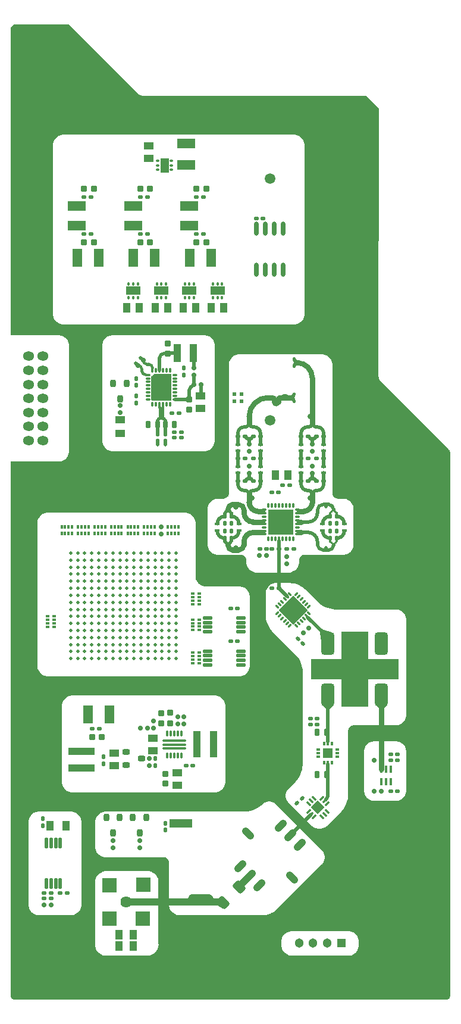
<source format=gts>
G04*
G04 #@! TF.GenerationSoftware,Altium Limited,Altium Designer,21.7.2 (23)*
G04*
G04 Layer_Color=8388736*
%FSLAX43Y43*%
%MOMM*%
G71*
G04*
G04 #@! TF.SameCoordinates,A774AA4E-E338-4311-BF28-223F750F7C6B*
G04*
G04*
G04 #@! TF.FilePolarity,Negative*
G04*
G01*
G75*
%ADD17C,0.300*%
G04:AMPARAMS|DCode=56|XSize=1mm|YSize=0.376mm|CornerRadius=0.094mm|HoleSize=0mm|Usage=FLASHONLY|Rotation=90.000|XOffset=0mm|YOffset=0mm|HoleType=Round|Shape=RoundedRectangle|*
%AMROUNDEDRECTD56*
21,1,1.000,0.188,0,0,90.0*
21,1,0.812,0.376,0,0,90.0*
1,1,0.188,0.094,0.406*
1,1,0.188,0.094,-0.406*
1,1,0.188,-0.094,-0.406*
1,1,0.188,-0.094,0.406*
%
%ADD56ROUNDEDRECTD56*%
%ADD74C,0.800*%
%ADD75C,0.550*%
%ADD76C,0.140*%
%ADD77C,0.400*%
%ADD78C,0.500*%
%ADD79C,0.770*%
%ADD80C,1.000*%
%ADD81C,1.620*%
%ADD82R,2.020X2.020*%
%ADD83R,1.070X1.320*%
G04:AMPARAMS|DCode=84|XSize=0.63mm|YSize=0.62mm|CornerRadius=0.16mm|HoleSize=0mm|Usage=FLASHONLY|Rotation=180.000|XOffset=0mm|YOffset=0mm|HoleType=Round|Shape=RoundedRectangle|*
%AMROUNDEDRECTD84*
21,1,0.630,0.300,0,0,180.0*
21,1,0.310,0.620,0,0,180.0*
1,1,0.320,-0.155,0.150*
1,1,0.320,0.155,0.150*
1,1,0.320,0.155,-0.150*
1,1,0.320,-0.155,-0.150*
%
%ADD84ROUNDEDRECTD84*%
G04:AMPARAMS|DCode=85|XSize=0.82mm|YSize=1.02mm|CornerRadius=0.21mm|HoleSize=0mm|Usage=FLASHONLY|Rotation=0.000|XOffset=0mm|YOffset=0mm|HoleType=Round|Shape=RoundedRectangle|*
%AMROUNDEDRECTD85*
21,1,0.820,0.600,0,0,0.0*
21,1,0.400,1.020,0,0,0.0*
1,1,0.420,0.200,-0.300*
1,1,0.420,-0.200,-0.300*
1,1,0.420,-0.200,0.300*
1,1,0.420,0.200,0.300*
%
%ADD85ROUNDEDRECTD85*%
%ADD86R,0.620X0.520*%
G04:AMPARAMS|DCode=87|XSize=0.52mm|YSize=0.62mm|CornerRadius=0.135mm|HoleSize=0mm|Usage=FLASHONLY|Rotation=90.000|XOffset=0mm|YOffset=0mm|HoleType=Round|Shape=RoundedRectangle|*
%AMROUNDEDRECTD87*
21,1,0.520,0.350,0,0,90.0*
21,1,0.250,0.620,0,0,90.0*
1,1,0.270,0.175,0.125*
1,1,0.270,0.175,-0.125*
1,1,0.270,-0.175,-0.125*
1,1,0.270,-0.175,0.125*
%
%ADD87ROUNDEDRECTD87*%
%ADD88O,1.420X0.520*%
%ADD89C,0.470*%
G04:AMPARAMS|DCode=90|XSize=0.395mm|YSize=0.57mm|CornerRadius=0.104mm|HoleSize=0mm|Usage=FLASHONLY|Rotation=270.000|XOffset=0mm|YOffset=0mm|HoleType=Round|Shape=RoundedRectangle|*
%AMROUNDEDRECTD90*
21,1,0.395,0.363,0,0,270.0*
21,1,0.188,0.570,0,0,270.0*
1,1,0.207,-0.181,-0.094*
1,1,0.207,-0.181,0.094*
1,1,0.207,0.181,0.094*
1,1,0.207,0.181,-0.094*
%
%ADD90ROUNDEDRECTD90*%
G04:AMPARAMS|DCode=91|XSize=0.395mm|YSize=0.57mm|CornerRadius=0.104mm|HoleSize=0mm|Usage=FLASHONLY|Rotation=0.000|XOffset=0mm|YOffset=0mm|HoleType=Round|Shape=RoundedRectangle|*
%AMROUNDEDRECTD91*
21,1,0.395,0.363,0,0,0.0*
21,1,0.188,0.570,0,0,0.0*
1,1,0.207,0.094,-0.181*
1,1,0.207,-0.094,-0.181*
1,1,0.207,-0.094,0.181*
1,1,0.207,0.094,0.181*
%
%ADD91ROUNDEDRECTD91*%
G04:AMPARAMS|DCode=92|XSize=0.66mm|YSize=1.04mm|CornerRadius=0.17mm|HoleSize=0mm|Usage=FLASHONLY|Rotation=180.000|XOffset=0mm|YOffset=0mm|HoleType=Round|Shape=RoundedRectangle|*
%AMROUNDEDRECTD92*
21,1,0.660,0.700,0,0,180.0*
21,1,0.320,1.040,0,0,180.0*
1,1,0.340,-0.160,0.350*
1,1,0.340,0.160,0.350*
1,1,0.340,0.160,-0.350*
1,1,0.340,-0.160,-0.350*
%
%ADD92ROUNDEDRECTD92*%
%ADD93R,3.678X3.246*%
G04:AMPARAMS|DCode=94|XSize=1.9mm|YSize=3.246mm|CornerRadius=0.48mm|HoleSize=0mm|Usage=FLASHONLY|Rotation=180.000|XOffset=0mm|YOffset=0mm|HoleType=Round|Shape=RoundedRectangle|*
%AMROUNDEDRECTD94*
21,1,1.900,2.286,0,0,180.0*
21,1,0.940,3.246,0,0,180.0*
1,1,0.960,-0.470,1.143*
1,1,0.960,0.470,1.143*
1,1,0.960,0.470,-1.143*
1,1,0.960,-0.470,-1.143*
%
%ADD94ROUNDEDRECTD94*%
%ADD95R,1.420X1.120*%
%ADD96R,1.000X3.720*%
G04:AMPARAMS|DCode=97|XSize=0.52mm|YSize=0.62mm|CornerRadius=0.135mm|HoleSize=0mm|Usage=FLASHONLY|Rotation=180.000|XOffset=0mm|YOffset=0mm|HoleType=Round|Shape=RoundedRectangle|*
%AMROUNDEDRECTD97*
21,1,0.520,0.350,0,0,180.0*
21,1,0.250,0.620,0,0,180.0*
1,1,0.270,-0.125,0.175*
1,1,0.270,0.125,0.175*
1,1,0.270,0.125,-0.175*
1,1,0.270,-0.125,-0.175*
%
%ADD97ROUNDEDRECTD97*%
G04:AMPARAMS|DCode=98|XSize=0.92mm|YSize=0.82mm|CornerRadius=0.21mm|HoleSize=0mm|Usage=FLASHONLY|Rotation=0.000|XOffset=0mm|YOffset=0mm|HoleType=Round|Shape=RoundedRectangle|*
%AMROUNDEDRECTD98*
21,1,0.920,0.400,0,0,0.0*
21,1,0.500,0.820,0,0,0.0*
1,1,0.420,0.250,-0.200*
1,1,0.420,-0.250,-0.200*
1,1,0.420,-0.250,0.200*
1,1,0.420,0.250,0.200*
%
%ADD98ROUNDEDRECTD98*%
%ADD99R,1.420X2.620*%
%ADD100R,3.720X1.000*%
G04:AMPARAMS|DCode=101|XSize=0.63mm|YSize=0.62mm|CornerRadius=0.16mm|HoleSize=0mm|Usage=FLASHONLY|Rotation=270.000|XOffset=0mm|YOffset=0mm|HoleType=Round|Shape=RoundedRectangle|*
%AMROUNDEDRECTD101*
21,1,0.630,0.300,0,0,270.0*
21,1,0.310,0.620,0,0,270.0*
1,1,0.320,-0.150,-0.155*
1,1,0.320,-0.150,0.155*
1,1,0.320,0.150,0.155*
1,1,0.320,0.150,-0.155*
%
%ADD101ROUNDEDRECTD101*%
G04:AMPARAMS|DCode=102|XSize=0.27mm|YSize=0.82mm|CornerRadius=0.072mm|HoleSize=0mm|Usage=FLASHONLY|Rotation=0.000|XOffset=0mm|YOffset=0mm|HoleType=Round|Shape=RoundedRectangle|*
%AMROUNDEDRECTD102*
21,1,0.270,0.675,0,0,0.0*
21,1,0.125,0.820,0,0,0.0*
1,1,0.145,0.063,-0.338*
1,1,0.145,-0.063,-0.338*
1,1,0.145,-0.063,0.338*
1,1,0.145,0.063,0.338*
%
%ADD102ROUNDEDRECTD102*%
G04:AMPARAMS|DCode=103|XSize=0.27mm|YSize=3.42mm|CornerRadius=0.072mm|HoleSize=0mm|Usage=FLASHONLY|Rotation=90.000|XOffset=0mm|YOffset=0mm|HoleType=Round|Shape=RoundedRectangle|*
%AMROUNDEDRECTD103*
21,1,0.270,3.275,0,0,90.0*
21,1,0.125,3.420,0,0,90.0*
1,1,0.145,1.638,0.063*
1,1,0.145,1.638,-0.063*
1,1,0.145,-1.638,-0.063*
1,1,0.145,-1.638,0.063*
%
%ADD103ROUNDEDRECTD103*%
G04:AMPARAMS|DCode=104|XSize=0.92mm|YSize=0.82mm|CornerRadius=0.21mm|HoleSize=0mm|Usage=FLASHONLY|Rotation=270.000|XOffset=0mm|YOffset=0mm|HoleType=Round|Shape=RoundedRectangle|*
%AMROUNDEDRECTD104*
21,1,0.920,0.400,0,0,270.0*
21,1,0.500,0.820,0,0,270.0*
1,1,0.420,-0.200,-0.250*
1,1,0.420,-0.200,0.250*
1,1,0.420,0.200,0.250*
1,1,0.420,0.200,-0.250*
%
%ADD104ROUNDEDRECTD104*%
G04:AMPARAMS|DCode=105|XSize=0.82mm|YSize=1.02mm|CornerRadius=0.21mm|HoleSize=0mm|Usage=FLASHONLY|Rotation=90.000|XOffset=0mm|YOffset=0mm|HoleType=Round|Shape=RoundedRectangle|*
%AMROUNDEDRECTD105*
21,1,0.820,0.600,0,0,90.0*
21,1,0.400,1.020,0,0,90.0*
1,1,0.420,0.300,0.200*
1,1,0.420,0.300,-0.200*
1,1,0.420,-0.300,-0.200*
1,1,0.420,-0.300,0.200*
%
%ADD105ROUNDEDRECTD105*%
%ADD106O,0.270X0.770*%
%ADD107O,0.770X0.270*%
G04:AMPARAMS|DCode=108|XSize=0.47mm|YSize=0.32mm|CornerRadius=0.048mm|HoleSize=0mm|Usage=FLASHONLY|Rotation=0.000|XOffset=0mm|YOffset=0mm|HoleType=Round|Shape=RoundedRectangle|*
%AMROUNDEDRECTD108*
21,1,0.470,0.225,0,0,0.0*
21,1,0.375,0.320,0,0,0.0*
1,1,0.095,0.188,-0.113*
1,1,0.095,-0.188,-0.113*
1,1,0.095,-0.188,0.113*
1,1,0.095,0.188,0.113*
%
%ADD108ROUNDEDRECTD108*%
%ADD109R,2.620X1.420*%
%ADD110O,0.270X0.720*%
%ADD111O,0.720X0.270*%
G04:AMPARAMS|DCode=112|XSize=0.27mm|YSize=0.57mm|CornerRadius=0.072mm|HoleSize=0mm|Usage=FLASHONLY|Rotation=180.000|XOffset=0mm|YOffset=0mm|HoleType=Round|Shape=RoundedRectangle|*
%AMROUNDEDRECTD112*
21,1,0.270,0.425,0,0,180.0*
21,1,0.125,0.570,0,0,180.0*
1,1,0.145,-0.063,0.213*
1,1,0.145,0.063,0.213*
1,1,0.145,0.063,-0.213*
1,1,0.145,-0.063,-0.213*
%
%ADD112ROUNDEDRECTD112*%
G04:AMPARAMS|DCode=113|XSize=0.27mm|YSize=0.57mm|CornerRadius=0.072mm|HoleSize=0mm|Usage=FLASHONLY|Rotation=90.000|XOffset=0mm|YOffset=0mm|HoleType=Round|Shape=RoundedRectangle|*
%AMROUNDEDRECTD113*
21,1,0.270,0.425,0,0,90.0*
21,1,0.125,0.570,0,0,90.0*
1,1,0.145,0.213,0.063*
1,1,0.145,0.213,-0.063*
1,1,0.145,-0.213,-0.063*
1,1,0.145,-0.213,0.063*
%
%ADD113ROUNDEDRECTD113*%
G04:AMPARAMS|DCode=114|XSize=1.04mm|YSize=2.02mm|CornerRadius=0mm|HoleSize=0mm|Usage=FLASHONLY|Rotation=315.000|XOffset=0mm|YOffset=0mm|HoleType=Round|Shape=Round|*
%AMOVALD114*
21,1,0.980,1.040,0.000,0.000,45.0*
1,1,1.040,-0.346,-0.346*
1,1,1.040,0.346,0.346*
%
%ADD114OVALD114*%

G04:AMPARAMS|DCode=115|XSize=1.04mm|YSize=2.02mm|CornerRadius=0mm|HoleSize=0mm|Usage=FLASHONLY|Rotation=45.000|XOffset=0mm|YOffset=0mm|HoleType=Round|Shape=Round|*
%AMOVALD115*
21,1,0.980,1.040,0.000,0.000,135.0*
1,1,1.040,0.346,-0.346*
1,1,1.040,-0.346,0.346*
%
%ADD115OVALD115*%

G04:AMPARAMS|DCode=116|XSize=0.38mm|YSize=0.68mm|CornerRadius=0.1mm|HoleSize=0mm|Usage=FLASHONLY|Rotation=90.000|XOffset=0mm|YOffset=0mm|HoleType=Round|Shape=RoundedRectangle|*
%AMROUNDEDRECTD116*
21,1,0.380,0.480,0,0,90.0*
21,1,0.180,0.680,0,0,90.0*
1,1,0.200,0.240,0.090*
1,1,0.200,0.240,-0.090*
1,1,0.200,-0.240,-0.090*
1,1,0.200,-0.240,0.090*
%
%ADD116ROUNDEDRECTD116*%
%ADD117R,1.320X1.070*%
%ADD118O,0.620X2.020*%
G04:AMPARAMS|DCode=119|XSize=0.47mm|YSize=0.32mm|CornerRadius=0.048mm|HoleSize=0mm|Usage=FLASHONLY|Rotation=90.000|XOffset=0mm|YOffset=0mm|HoleType=Round|Shape=RoundedRectangle|*
%AMROUNDEDRECTD119*
21,1,0.470,0.225,0,0,90.0*
21,1,0.375,0.320,0,0,90.0*
1,1,0.095,0.113,0.188*
1,1,0.095,0.113,-0.188*
1,1,0.095,-0.113,-0.188*
1,1,0.095,-0.113,0.188*
%
%ADD119ROUNDEDRECTD119*%
G04:AMPARAMS|DCode=120|XSize=0.63mm|YSize=0.62mm|CornerRadius=0.16mm|HoleSize=0mm|Usage=FLASHONLY|Rotation=315.000|XOffset=0mm|YOffset=0mm|HoleType=Round|Shape=RoundedRectangle|*
%AMROUNDEDRECTD120*
21,1,0.630,0.300,0,0,315.0*
21,1,0.310,0.620,0,0,315.0*
1,1,0.320,0.003,-0.216*
1,1,0.320,-0.216,0.003*
1,1,0.320,-0.003,0.216*
1,1,0.320,0.216,-0.003*
%
%ADD120ROUNDEDRECTD120*%
%ADD121R,1.040X2.560*%
%ADD122R,1.120X1.420*%
G04:AMPARAMS|DCode=123|XSize=0.32mm|YSize=0.72mm|CornerRadius=0mm|HoleSize=0mm|Usage=FLASHONLY|Rotation=225.000|XOffset=0mm|YOffset=0mm|HoleType=Round|Shape=Round|*
%AMOVALD123*
21,1,0.400,0.320,0.000,0.000,315.0*
1,1,0.320,-0.141,0.141*
1,1,0.320,0.141,-0.141*
%
%ADD123OVALD123*%

G04:AMPARAMS|DCode=124|XSize=0.32mm|YSize=0.72mm|CornerRadius=0mm|HoleSize=0mm|Usage=FLASHONLY|Rotation=135.000|XOffset=0mm|YOffset=0mm|HoleType=Round|Shape=Round|*
%AMOVALD124*
21,1,0.400,0.320,0.000,0.000,225.0*
1,1,0.320,0.141,0.141*
1,1,0.320,-0.141,-0.141*
%
%ADD124OVALD124*%

G04:AMPARAMS|DCode=125|XSize=0.52mm|YSize=0.62mm|CornerRadius=0.135mm|HoleSize=0mm|Usage=FLASHONLY|Rotation=135.000|XOffset=0mm|YOffset=0mm|HoleType=Round|Shape=RoundedRectangle|*
%AMROUNDEDRECTD125*
21,1,0.520,0.350,0,0,135.0*
21,1,0.250,0.620,0,0,135.0*
1,1,0.270,0.035,0.212*
1,1,0.270,0.212,0.035*
1,1,0.270,-0.035,-0.212*
1,1,0.270,-0.212,-0.035*
%
%ADD125ROUNDEDRECTD125*%
G04:AMPARAMS|DCode=126|XSize=0.52mm|YSize=0.62mm|CornerRadius=0.135mm|HoleSize=0mm|Usage=FLASHONLY|Rotation=225.000|XOffset=0mm|YOffset=0mm|HoleType=Round|Shape=RoundedRectangle|*
%AMROUNDEDRECTD126*
21,1,0.520,0.350,0,0,225.0*
21,1,0.250,0.620,0,0,225.0*
1,1,0.270,-0.212,0.035*
1,1,0.270,-0.035,0.212*
1,1,0.270,0.212,-0.035*
1,1,0.270,0.035,-0.212*
%
%ADD126ROUNDEDRECTD126*%
G04:AMPARAMS|DCode=127|XSize=0.77mm|YSize=0.3mm|CornerRadius=0.08mm|HoleSize=0mm|Usage=FLASHONLY|Rotation=135.000|XOffset=0mm|YOffset=0mm|HoleType=Round|Shape=RoundedRectangle|*
%AMROUNDEDRECTD127*
21,1,0.770,0.140,0,0,135.0*
21,1,0.610,0.300,0,0,135.0*
1,1,0.160,-0.166,0.265*
1,1,0.160,0.265,-0.166*
1,1,0.160,0.166,-0.265*
1,1,0.160,-0.265,0.166*
%
%ADD127ROUNDEDRECTD127*%
G04:AMPARAMS|DCode=128|XSize=0.77mm|YSize=0.3mm|CornerRadius=0.08mm|HoleSize=0mm|Usage=FLASHONLY|Rotation=45.000|XOffset=0mm|YOffset=0mm|HoleType=Round|Shape=RoundedRectangle|*
%AMROUNDEDRECTD128*
21,1,0.770,0.140,0,0,45.0*
21,1,0.610,0.300,0,0,45.0*
1,1,0.160,0.265,0.166*
1,1,0.160,-0.166,-0.265*
1,1,0.160,-0.265,-0.166*
1,1,0.160,0.166,0.265*
%
%ADD128ROUNDEDRECTD128*%
G04:AMPARAMS|DCode=129|XSize=1.27mm|YSize=1.72mm|CornerRadius=0.323mm|HoleSize=0mm|Usage=FLASHONLY|Rotation=45.000|XOffset=0mm|YOffset=0mm|HoleType=Round|Shape=RoundedRectangle|*
%AMROUNDEDRECTD129*
21,1,1.270,1.075,0,0,45.0*
21,1,0.625,1.720,0,0,45.0*
1,1,0.645,0.601,-0.159*
1,1,0.645,0.159,-0.601*
1,1,0.645,-0.601,0.159*
1,1,0.645,-0.159,0.601*
%
%ADD129ROUNDEDRECTD129*%
G04:AMPARAMS|DCode=130|XSize=0.47mm|YSize=1.52mm|CornerRadius=0.123mm|HoleSize=0mm|Usage=FLASHONLY|Rotation=0.000|XOffset=0mm|YOffset=0mm|HoleType=Round|Shape=RoundedRectangle|*
%AMROUNDEDRECTD130*
21,1,0.470,1.275,0,0,0.0*
21,1,0.225,1.520,0,0,0.0*
1,1,0.245,0.113,-0.638*
1,1,0.245,-0.113,-0.638*
1,1,0.245,-0.113,0.638*
1,1,0.245,0.113,0.638*
%
%ADD130ROUNDEDRECTD130*%
%ADD131R,3.320X1.290*%
G04:AMPARAMS|DCode=132|XSize=3.32mm|YSize=1.29mm|CornerRadius=0.328mm|HoleSize=0mm|Usage=FLASHONLY|Rotation=0.000|XOffset=0mm|YOffset=0mm|HoleType=Round|Shape=RoundedRectangle|*
%AMROUNDEDRECTD132*
21,1,3.320,0.635,0,0,0.0*
21,1,2.665,1.290,0,0,0.0*
1,1,0.655,1.333,-0.318*
1,1,0.655,-1.333,-0.318*
1,1,0.655,-1.333,0.318*
1,1,0.655,1.333,0.318*
%
%ADD132ROUNDEDRECTD132*%
%ADD133O,3.620X3.680*%
%ADD134O,1.620X1.320*%
%ADD135R,3.653X3.653*%
%ADD136R,1.203X2.003*%
%ADD137C,1.302*%
%ADD138R,1.302X1.302*%
%ADD139O,0.703X1.703*%
%ADD140R,1.453X1.453*%
%ADD141C,6.020*%
%ADD142C,1.520*%
%ADD143R,2.003X1.203*%
%ADD144P,4.106X4X180.0*%
%ADD145P,1.914X4X180.0*%
G36*
X58650Y189184D02*
X58724Y189153D01*
X58820Y189079D01*
X58821Y189079D01*
X58821Y189079D01*
X58821Y189079D01*
X68488Y179412D01*
X68578Y179331D01*
X68779Y179196D01*
X69003Y179103D01*
X69241Y179056D01*
X69362Y179050D01*
X100859Y179050D01*
X100916Y179050D01*
X101029Y179028D01*
X101135Y178984D01*
X101175Y178957D01*
X101271Y178879D01*
X101271Y178879D01*
X101271Y178879D01*
X101271Y178879D01*
X102644Y177506D01*
X102695Y177455D01*
X102774Y177337D01*
X102828Y177205D01*
X102847Y177110D01*
X102856Y176994D01*
Y176993D01*
X102856Y176993D01*
X102856Y176993D01*
X102807Y139387D01*
X102815Y139235D01*
X102874Y138936D01*
X102990Y138655D01*
X103159Y138401D01*
X103261Y138289D01*
X103261Y138289D01*
X112879Y128671D01*
X112908Y128642D01*
X112953Y128575D01*
X112984Y128499D01*
X112985Y128496D01*
X113000Y128379D01*
Y128379D01*
X113000Y128379D01*
X113000Y128379D01*
X113000Y51100D01*
Y50981D01*
X112909Y50760D01*
X112740Y50591D01*
X112519Y50500D01*
X112400Y50500D01*
X112400Y50500D01*
X112400Y50500D01*
X50941D01*
X50738Y50584D01*
X50584Y50738D01*
X50500Y50941D01*
Y51050D01*
Y127000D01*
X57250Y127000D01*
X57398Y127000D01*
X57688Y127057D01*
X57961Y127170D01*
X58207Y127334D01*
X58416Y127543D01*
X58580Y127789D01*
X58693Y128062D01*
X58750Y128352D01*
X58750Y128500D01*
X58750Y143500D01*
X58750Y143500D01*
X58750Y143500D01*
X58750Y143648D01*
X58693Y143938D01*
X58579Y144211D01*
X58415Y144456D01*
X58206Y144665D01*
X57961Y144829D01*
X57688Y144943D01*
X57398Y145000D01*
X57250Y145000D01*
X50500Y145000D01*
Y188600D01*
Y188719D01*
X50591Y188940D01*
X50760Y189109D01*
X50981Y189200D01*
X51100Y189200D01*
X51100Y189200D01*
X58529Y189200D01*
X58570Y189200D01*
X58650Y189184D01*
D02*
G37*
%LPC*%
G36*
X57852Y173500D02*
X57562Y173442D01*
X57289Y173329D01*
X57044Y173165D01*
X56835Y172956D01*
X56671Y172711D01*
X56558Y172438D01*
X56500Y172148D01*
X56500Y172000D01*
Y148000D01*
X56500Y147852D01*
X56558Y147562D01*
X56671Y147289D01*
X56835Y147044D01*
X57044Y146835D01*
X57289Y146671D01*
X57562Y146558D01*
X57852Y146500D01*
X58000Y146500D01*
X90898D01*
X91188Y146558D01*
X91460Y146671D01*
X91706Y146835D01*
X91915Y147044D01*
X92079Y147289D01*
X92192Y147562D01*
X92250Y147852D01*
X92250Y148000D01*
X92250Y148000D01*
X92250Y172000D01*
X92249Y172148D01*
X92191Y172437D01*
X92077Y172709D01*
X91913Y172954D01*
X91704Y173163D01*
X91459Y173327D01*
X91187Y173441D01*
X90898Y173499D01*
X90750Y173500D01*
X90750Y173500D01*
X90750Y173500D01*
X58000Y173500D01*
X57852Y173500D01*
D02*
G37*
G36*
X64852Y145000D02*
X64562Y144942D01*
X64289Y144829D01*
X64044Y144665D01*
X63835Y144456D01*
X63671Y144211D01*
X63558Y143938D01*
X63500Y143648D01*
X63500Y143500D01*
Y130000D01*
X63500Y129852D01*
X63557Y129562D01*
X63670Y129289D01*
X63834Y129043D01*
X64043Y128834D01*
X64289Y128670D01*
X64562Y128557D01*
X64852Y128500D01*
X65000Y128500D01*
X78000Y128500D01*
X78148Y128500D01*
X78438Y128558D01*
X78711Y128671D01*
X78956Y128835D01*
X79165Y129044D01*
X79329Y129289D01*
X79442Y129562D01*
X79500Y129852D01*
X79500Y130000D01*
X79500Y130000D01*
X79500Y143500D01*
X79500Y143648D01*
X79442Y143938D01*
X79329Y144211D01*
X79165Y144456D01*
X78956Y144665D01*
X78710Y144829D01*
X78438Y144942D01*
X78148Y145000D01*
X78000Y145000D01*
X78000Y145000D01*
X78000Y145000D01*
X65000Y145000D01*
X64852Y145000D01*
D02*
G37*
G36*
X82852Y142250D02*
X82562Y142193D01*
X82289Y142080D01*
X82043Y141916D01*
X81834Y141707D01*
X81670Y141461D01*
X81557Y141188D01*
X81500Y140898D01*
X81500Y140750D01*
X81500Y122500D01*
X81496Y122426D01*
X81468Y122282D01*
X81412Y122146D01*
X81330Y122024D01*
X81226Y121920D01*
X81104Y121838D01*
X80968Y121782D01*
X80872Y121763D01*
X80750Y121750D01*
X80750Y121750D01*
X80750Y121750D01*
X80000Y121750D01*
X79852Y121750D01*
X79562Y121693D01*
X79289Y121580D01*
X79043Y121416D01*
X78834Y121207D01*
X78670Y120961D01*
X78557Y120688D01*
X78500Y120398D01*
X78500Y120250D01*
X78500Y120250D01*
X78500Y120250D01*
X78500Y115250D01*
X78500Y115102D01*
X78557Y114812D01*
X78671Y114539D01*
X78835Y114294D01*
X79044Y114085D01*
X79289Y113921D01*
X79562Y113808D01*
X79852Y113750D01*
X80000Y113750D01*
X83250Y113750D01*
X83324Y113746D01*
X83468Y113718D01*
X83604Y113662D01*
X83726Y113580D01*
X83830Y113476D01*
X83912Y113354D01*
X83968Y113218D01*
X83988Y113117D01*
X84000Y113000D01*
X84000Y113000D01*
X84000D01*
X84000Y113000D01*
X84000Y112750D01*
X84000Y112602D01*
X84057Y112312D01*
X84171Y112039D01*
X84335Y111794D01*
X84544Y111585D01*
X84789Y111421D01*
X85062Y111307D01*
X85352Y111250D01*
X85500Y111250D01*
X90000D01*
X90148Y111250D01*
X90438Y111308D01*
X90711Y111421D01*
X90956Y111585D01*
X91165Y111794D01*
X91329Y112039D01*
X91442Y112312D01*
X91500Y112602D01*
X91500Y112750D01*
X91500Y112750D01*
Y113000D01*
X91504Y113074D01*
X91532Y113218D01*
X91589Y113354D01*
X91670Y113476D01*
X91774Y113580D01*
X91896Y113661D01*
X92032Y113718D01*
X92176Y113746D01*
X92250Y113750D01*
X92250Y113750D01*
X97750Y113750D01*
X97898Y113750D01*
X98188Y113808D01*
X98461Y113921D01*
X98706Y114085D01*
X98915Y114294D01*
X99079Y114539D01*
X99192Y114812D01*
X99250Y115102D01*
X99250Y115250D01*
X99250Y115250D01*
X99250Y120250D01*
X99250Y120398D01*
X99193Y120688D01*
X99080Y120961D01*
X98916Y121207D01*
X98707Y121416D01*
X98461Y121580D01*
X98188Y121693D01*
X97898Y121750D01*
X97750Y121750D01*
X97750Y121750D01*
X97750Y121750D01*
X97000Y121750D01*
X96926Y121754D01*
X96782Y121782D01*
X96646Y121838D01*
X96524Y121920D01*
X96420Y122024D01*
X96338Y122146D01*
X96282Y122282D01*
X96254Y122426D01*
X96250Y122500D01*
X96250Y140750D01*
X96250Y140898D01*
X96193Y141188D01*
X96080Y141461D01*
X95915Y141707D01*
X95707Y141915D01*
X95461Y142080D01*
X95188Y142193D01*
X94898Y142250D01*
X94750Y142250D01*
X94750Y142250D01*
X94750Y142250D01*
X83000Y142250D01*
X82852Y142250D01*
D02*
G37*
G36*
X90173Y109752D02*
X90000Y109750D01*
X90000Y109750D01*
X90000Y109750D01*
X88635D01*
X88250Y109750D01*
X88102Y109750D01*
X87812Y109692D01*
X87539Y109579D01*
X87294Y109415D01*
X87085Y109206D01*
X86921Y108961D01*
X86808Y108688D01*
X86750Y108398D01*
X86750Y108250D01*
X86750Y105250D01*
X86757Y105056D01*
X86808Y104672D01*
X86896Y104294D01*
X87021Y103927D01*
X87182Y103574D01*
X87376Y103239D01*
X87602Y102924D01*
X87858Y102632D01*
X88000Y102500D01*
X88000Y102500D01*
X91000Y99500D01*
X91112Y99389D01*
X91319Y99150D01*
X91501Y98892D01*
X91657Y98618D01*
X91785Y98329D01*
X91884Y98029D01*
X91954Y97721D01*
X91992Y97408D01*
X92000Y97250D01*
X92000D01*
X92000Y97250D01*
X92000Y84000D01*
X91998Y83827D01*
X91969Y83483D01*
X91906Y83144D01*
X91810Y82812D01*
X91681Y82492D01*
X91522Y82185D01*
X91334Y81896D01*
X91118Y81626D01*
X91000Y81500D01*
X91000D01*
X91000Y81500D01*
X90000Y80500D01*
X89901Y80402D01*
X89746Y80170D01*
X89640Y79913D01*
X89585Y79639D01*
Y79361D01*
X89640Y79087D01*
X89746Y78830D01*
X89901Y78598D01*
X90000Y78500D01*
X90000Y78500D01*
X92360Y76140D01*
X92360Y75960D01*
X92181Y75781D01*
X91450Y75050D01*
X92181Y75781D01*
X92360Y75960D01*
X92540Y75960D01*
X93250Y75250D01*
X93361Y75139D01*
X93621Y74965D01*
X93911Y74845D01*
X94218Y74784D01*
X94532D01*
X94839Y74845D01*
X95129Y74965D01*
X95389Y75139D01*
X95500Y75250D01*
X97500Y77250D01*
X97627Y77388D01*
X97852Y77689D01*
X98047Y78010D01*
X98210Y78349D01*
X98338Y78702D01*
X98431Y79066D01*
X98488Y79437D01*
X98508Y79812D01*
X98500Y80000D01*
X98500Y80000D01*
Y88750D01*
X98504Y88824D01*
X98532Y88968D01*
X98589Y89104D01*
X98670Y89226D01*
X98774Y89330D01*
X98896Y89411D01*
X99032Y89468D01*
X99176Y89496D01*
X99250Y89500D01*
X99250Y89500D01*
X105250D01*
X105398Y89500D01*
X105688Y89558D01*
X105961Y89671D01*
X106206Y89835D01*
X106415Y90044D01*
X106579Y90289D01*
X106692Y90562D01*
X106750Y90852D01*
X106750Y91000D01*
X106750Y91000D01*
X106750Y104500D01*
X106750Y104648D01*
X106693Y104938D01*
X106580Y105211D01*
X106416Y105457D01*
X106207Y105666D01*
X105961Y105830D01*
X105688Y105943D01*
X105398Y106000D01*
X105250Y106000D01*
X105250Y106000D01*
X105250Y106000D01*
X96750Y106000D01*
X96577Y106002D01*
X96233Y106032D01*
X95894Y106095D01*
X95562Y106191D01*
X95242Y106319D01*
X94935Y106478D01*
X94646Y106667D01*
X94376Y106882D01*
X94250Y107000D01*
X94250Y107000D01*
Y107000D01*
X92500Y108750D01*
X92376Y108871D01*
X92107Y109087D01*
X91817Y109276D01*
X91510Y109435D01*
X91189Y109564D01*
X90857Y109660D01*
X90517Y109723D01*
X90173Y109752D01*
D02*
G37*
G36*
X75398Y119750D02*
X75250Y119750D01*
X55750Y119750D01*
X55750Y119750D01*
X55602D01*
X55312Y119692D01*
X55039Y119579D01*
X54794Y119415D01*
X54585Y119206D01*
X54421Y118961D01*
X54308Y118688D01*
X54250Y118398D01*
Y118250D01*
Y98000D01*
X54250Y97852D01*
X54308Y97562D01*
X54421Y97289D01*
X54585Y97044D01*
X54794Y96835D01*
X55039Y96671D01*
X55312Y96558D01*
X55602Y96500D01*
X55750Y96500D01*
X83000D01*
X83148Y96500D01*
X83438Y96558D01*
X83711Y96671D01*
X83956Y96835D01*
X84165Y97044D01*
X84329Y97289D01*
X84442Y97562D01*
X84500Y97852D01*
X84500Y98000D01*
X84500Y107750D01*
X84500Y107750D01*
X84500Y107750D01*
X84500Y107898D01*
X84442Y108188D01*
X84329Y108461D01*
X84165Y108706D01*
X83956Y108915D01*
X83711Y109079D01*
X83438Y109192D01*
X83148Y109250D01*
X83000Y109250D01*
X78750Y109250D01*
X78250D01*
X78103Y109257D01*
X77815Y109315D01*
X77543Y109427D01*
X77298Y109590D01*
X77090Y109798D01*
X76927Y110043D01*
X76815Y110315D01*
X76757Y110603D01*
X76750Y110750D01*
X76750Y118250D01*
X76750Y118250D01*
X76750Y118250D01*
X76750Y118398D01*
X76692Y118688D01*
X76579Y118961D01*
X76415Y119206D01*
X76206Y119415D01*
X75961Y119579D01*
X75688Y119692D01*
X75398Y119750D01*
D02*
G37*
G36*
X79648Y93750D02*
X79500Y93750D01*
X59250Y93750D01*
X59250Y93750D01*
X59102D01*
X58812Y93692D01*
X58539Y93579D01*
X58294Y93415D01*
X58085Y93206D01*
X57921Y92961D01*
X57808Y92688D01*
X57750Y92398D01*
Y92250D01*
Y81500D01*
Y81352D01*
X57808Y81062D01*
X57921Y80789D01*
X58085Y80544D01*
X58294Y80335D01*
X58539Y80171D01*
X58812Y80058D01*
X59102Y80000D01*
X79500D01*
X79648Y80000D01*
X79938Y80057D01*
X80211Y80170D01*
X80456Y80335D01*
X80665Y80544D01*
X80830Y80789D01*
X80943Y81062D01*
X81000Y81352D01*
X81000Y81500D01*
X81000Y92250D01*
X81000Y92250D01*
X81000Y92250D01*
X81000Y92398D01*
X80942Y92688D01*
X80829Y92961D01*
X80665Y93206D01*
X80456Y93415D01*
X80211Y93579D01*
X79938Y93692D01*
X79648Y93750D01*
D02*
G37*
G36*
X102102Y87250D02*
X101812Y87192D01*
X101539Y87079D01*
X101294Y86915D01*
X101085Y86706D01*
X100921Y86461D01*
X100808Y86188D01*
X100750Y85898D01*
X100750Y85750D01*
Y80250D01*
X100750Y80102D01*
X100808Y79812D01*
X100921Y79539D01*
X101085Y79294D01*
X101294Y79085D01*
X101539Y78921D01*
X101812Y78808D01*
X102102Y78750D01*
X102250Y78750D01*
X105250D01*
X105398Y78750D01*
X105688Y78808D01*
X105961Y78921D01*
X106206Y79085D01*
X106415Y79294D01*
X106579Y79539D01*
X106692Y79812D01*
X106750Y80102D01*
X106750Y80250D01*
X106750Y80250D01*
X106750Y85750D01*
X106750Y85898D01*
X106692Y86188D01*
X106579Y86461D01*
X106415Y86706D01*
X106206Y86915D01*
X105961Y87079D01*
X105688Y87192D01*
X105398Y87250D01*
X105250Y87250D01*
X105250Y87250D01*
X105250Y87250D01*
X102250Y87250D01*
X102102Y87250D01*
D02*
G37*
G36*
X87389Y78665D02*
X87111D01*
X86837Y78611D01*
X86580Y78504D01*
X86348Y78349D01*
X86250Y78250D01*
X86250Y78250D01*
X86124Y78132D01*
X85854Y77916D01*
X85565Y77728D01*
X85258Y77569D01*
X84938Y77441D01*
X84606Y77345D01*
X84267Y77282D01*
X83923Y77252D01*
X83750Y77250D01*
X83750Y77250D01*
X83750Y77250D01*
X64000Y77250D01*
X63852Y77250D01*
X63562Y77193D01*
X63289Y77080D01*
X63043Y76916D01*
X62834Y76707D01*
X62670Y76461D01*
X62557Y76188D01*
X62500Y75898D01*
X62500Y75750D01*
Y72250D01*
X62500Y72102D01*
X62558Y71812D01*
X62671Y71539D01*
X62835Y71294D01*
X63044Y71085D01*
X63289Y70921D01*
X63562Y70808D01*
X63852Y70750D01*
X64000Y70750D01*
X64000Y70750D01*
X72250Y70750D01*
X72324Y70746D01*
X72468Y70718D01*
X72604Y70661D01*
X72726Y70580D01*
X72830Y70476D01*
X72911Y70354D01*
X72968Y70218D01*
X72988Y70117D01*
X73000Y70000D01*
X73000Y70000D01*
X73000D01*
X73000Y70000D01*
X73000Y64000D01*
X73000Y63852D01*
X73058Y63562D01*
X73171Y63289D01*
X73335Y63044D01*
X73544Y62835D01*
X73789Y62671D01*
X74062Y62558D01*
X74352Y62500D01*
X74500Y62500D01*
X86000Y62500D01*
X86152Y62489D01*
X86456Y62497D01*
X86758Y62536D01*
X87055Y62603D01*
X87344Y62699D01*
X87622Y62823D01*
X87887Y62974D01*
X88135Y63150D01*
X88250Y63250D01*
X94750Y69750D01*
X94849Y69848D01*
X95003Y70080D01*
X95110Y70337D01*
X95164Y70611D01*
X95164Y70889D01*
X95110Y71163D01*
X95003Y71420D01*
X94849Y71652D01*
X94750Y71750D01*
X94750Y71750D01*
Y71750D01*
X91450Y75050D01*
X88250Y78250D01*
X88152Y78349D01*
X87920Y78504D01*
X87663Y78611D01*
X87389Y78665D01*
D02*
G37*
G36*
X54352Y77250D02*
X54062Y77192D01*
X53789Y77079D01*
X53544Y76915D01*
X53335Y76706D01*
X53171Y76461D01*
X53058Y76188D01*
X53000Y75898D01*
X53000Y75750D01*
Y64000D01*
X53000Y63852D01*
X53058Y63562D01*
X53171Y63289D01*
X53335Y63044D01*
X53544Y62835D01*
X53789Y62671D01*
X54062Y62558D01*
X54352Y62500D01*
X54500Y62500D01*
X59000D01*
X59148Y62500D01*
X59438Y62558D01*
X59710Y62671D01*
X59956Y62835D01*
X60165Y63044D01*
X60329Y63289D01*
X60442Y63562D01*
X60500Y63852D01*
X60500Y64000D01*
X60500Y64000D01*
X60500Y75750D01*
X60500Y75898D01*
X60442Y76188D01*
X60329Y76461D01*
X60165Y76706D01*
X59956Y76915D01*
X59711Y77079D01*
X59438Y77192D01*
X59148Y77250D01*
X59000Y77250D01*
X59000Y77250D01*
X59000Y77250D01*
X54500Y77250D01*
X54352Y77250D01*
D02*
G37*
G36*
X90352Y60250D02*
X90062Y60192D01*
X89789Y60079D01*
X89544Y59915D01*
X89335Y59706D01*
X89171Y59461D01*
X89058Y59188D01*
X89000Y58898D01*
X89000Y58750D01*
Y58250D01*
X89000Y58102D01*
X89058Y57812D01*
X89171Y57539D01*
X89335Y57294D01*
X89544Y57085D01*
X89789Y56921D01*
X90062Y56808D01*
X90352Y56750D01*
X90500Y56750D01*
X98648D01*
X98938Y56808D01*
X99211Y56921D01*
X99456Y57085D01*
X99665Y57294D01*
X99829Y57539D01*
X99942Y57812D01*
X100000Y58102D01*
Y58250D01*
X100000Y58250D01*
X100000Y58750D01*
X100000Y58898D01*
X99942Y59188D01*
X99829Y59461D01*
X99665Y59706D01*
X99456Y59915D01*
X99211Y60079D01*
X98938Y60192D01*
X98648Y60250D01*
X98500Y60250D01*
X98500Y60250D01*
X98500Y60250D01*
X90500Y60250D01*
X90352Y60250D01*
D02*
G37*
G36*
X63852Y68750D02*
X63562Y68692D01*
X63289Y68579D01*
X63044Y68415D01*
X62835Y68206D01*
X62671Y67961D01*
X62558Y67688D01*
X62500Y67398D01*
X62500Y67250D01*
Y58250D01*
X62500Y58102D01*
X62558Y57812D01*
X62671Y57539D01*
X62835Y57294D01*
X63044Y57085D01*
X63289Y56921D01*
X63562Y56808D01*
X63852Y56750D01*
X64000Y56750D01*
X70000Y56750D01*
X70160Y56762D01*
X70469Y56849D01*
X70755Y56994D01*
X71008Y57192D01*
X71217Y57436D01*
X71374Y57716D01*
X71474Y58021D01*
X71512Y58340D01*
X71500Y58500D01*
X71500Y58500D01*
X71500Y67250D01*
X71500Y67398D01*
X71442Y67688D01*
X71329Y67961D01*
X71165Y68206D01*
X70956Y68415D01*
X70711Y68579D01*
X70438Y68692D01*
X70148Y68750D01*
X70000Y68750D01*
X70000Y68750D01*
X70000Y68750D01*
X64000Y68750D01*
X63852Y68750D01*
D02*
G37*
%LPD*%
G36*
X73238Y139526D02*
X73251Y139523D01*
X73264Y139519D01*
X73276Y139513D01*
X73287Y139506D01*
X73297Y139497D01*
X73306Y139487D01*
X73313Y139476D01*
X73319Y139464D01*
X73323Y139451D01*
X73326Y139438D01*
X73327Y139425D01*
Y135775D01*
X73326Y135762D01*
X73323Y135749D01*
X73319Y135736D01*
X73313Y135724D01*
X73306Y135713D01*
X73297Y135703D01*
X73287Y135694D01*
X73276Y135687D01*
X73264Y135681D01*
X73251Y135677D01*
X73238Y135674D01*
X73225Y135673D01*
X70575D01*
X70562Y135674D01*
X70549Y135677D01*
X70536Y135681D01*
X70524Y135687D01*
X70513Y135694D01*
X70503Y135703D01*
X70494Y135713D01*
X70487Y135724D01*
X70481Y135736D01*
X70477Y135749D01*
X70474Y135762D01*
X70473Y135775D01*
Y139069D01*
X70474Y139082D01*
X70477Y139095D01*
X70481Y139108D01*
X70487Y139120D01*
X70494Y139131D01*
X70503Y139141D01*
X70859Y139497D01*
X70869Y139506D01*
X70880Y139513D01*
X70892Y139519D01*
X70905Y139523D01*
X70918Y139526D01*
X70931Y139527D01*
X73225D01*
X73238Y139526D01*
D02*
G37*
G36*
X96155Y102755D02*
X94685Y101480D01*
X94390Y103225D01*
X96155Y102755D01*
D02*
G37*
G36*
X101355Y98922D02*
X105623D01*
Y96078D01*
X101355D01*
Y92141D01*
X97495D01*
Y96078D01*
X93253D01*
Y98897D01*
X93227Y98922D01*
X97495D01*
Y102859D01*
X101355D01*
Y98922D01*
D02*
G37*
G36*
X103849Y92211D02*
X103658Y92021D01*
X103485Y91815D01*
X103330Y91595D01*
X103260Y91480D01*
X103180Y91593D01*
X103010Y91811D01*
X102824Y92017D01*
X102625Y92209D01*
X102520Y92300D01*
X102520Y92300D01*
X103950Y92300D01*
X103849Y92211D01*
D02*
G37*
G36*
X96229D02*
X96038Y92021D01*
X95865Y91815D01*
X95710Y91595D01*
X95640Y91480D01*
X95560Y91593D01*
X95390Y91811D01*
X95204Y92017D01*
X95005Y92209D01*
X94900Y92300D01*
X94900Y92300D01*
X96330Y92300D01*
X96229Y92211D01*
D02*
G37*
G36*
X83070Y67360D02*
X83760Y66670D01*
X83815Y66525D01*
X82930Y67410D01*
X83070Y67360D01*
D02*
G37*
G36*
X79300Y64880D02*
X75680D01*
X75850Y65230D01*
X79130D01*
X79300Y64880D01*
D02*
G37*
G36*
X80610Y63430D02*
X79940Y63900D01*
X79970Y64900D01*
X80350Y65150D01*
X80610Y63430D01*
D02*
G37*
G36*
X67590Y64900D02*
Y63900D01*
X67420Y63780D01*
Y65020D01*
X67590Y64900D01*
D02*
G37*
D17*
X96110Y119875D02*
G03*
X95900Y119665I0J-210D01*
G01*
X96900D02*
G03*
X96690Y119875I-210J0D01*
G01*
X96100D02*
G03*
X96270Y120045I0J170D01*
G01*
X96530D02*
G03*
X96700Y119875I170J0D01*
G01*
X95900Y115685D02*
G03*
X96110Y115475I210J0D01*
G01*
X96690D02*
G03*
X96900Y115685I0J210D01*
G01*
X96270Y115305D02*
G03*
X96100Y115475I-170J0D01*
G01*
X96700D02*
G03*
X96530Y115305I0J-170D01*
G01*
X103230Y84560D02*
G03*
X103220Y84550I0J-10D01*
G01*
X72100Y134650D02*
G03*
X72015Y134565I0J-85D01*
G01*
X72100Y134650D02*
G03*
X72150Y134700I0J50D01*
G01*
X71785Y134565D02*
G03*
X71700Y134650I-85J0D01*
G01*
X71650Y134700D02*
G03*
X71700Y134650I50J0D01*
G01*
X96900Y119225D02*
Y119665D01*
X95900Y119225D02*
Y119665D01*
X96900Y115685D02*
Y116125D01*
X95900Y115685D02*
Y116125D01*
X103225Y83250D02*
Y84542D01*
X72150Y134700D02*
Y135200D01*
X71650Y134700D02*
Y135200D01*
X72300Y142400D02*
X72788D01*
D56*
X103225Y81450D02*
D03*
X103875D02*
D03*
X104525D02*
D03*
Y83250D02*
D03*
X103875D02*
D03*
X103225D02*
D03*
D74*
X83680Y119705D02*
G03*
X84960Y118425I1280J0D01*
G01*
X83680Y120125D02*
G03*
X82890Y120915I-790J0D01*
G01*
X82065D02*
G03*
X81400Y120250I0J-665D01*
G01*
Y115100D02*
G03*
X82065Y114435I665J0D01*
G01*
X82890D02*
G03*
X83680Y115225I0J790D01*
G01*
X84960Y116925D02*
G03*
X83680Y115645I0J-1280D01*
G01*
X93400Y138867D02*
G03*
X91167Y141100I-2233J0D01*
G01*
X88800Y136100D02*
G03*
X88530Y135830I0J-270D01*
G01*
X88260Y135250D02*
G03*
X88530Y135520I0J270D01*
G01*
X87990Y135520D02*
G03*
X88260Y135250I270J0D01*
G01*
X87990Y135830D02*
G03*
X87720Y136100I-270J0D01*
G01*
X87062D02*
G03*
X84400Y133438I0J-2662D01*
G01*
X92113Y119925D02*
G03*
X93400Y121212I0J1287D01*
G01*
X84400D02*
G03*
X85687Y119925I1287J0D01*
G01*
X84960Y118425D02*
X85900D01*
X82065Y120915D02*
X82842D01*
X82500Y120625D02*
Y120875D01*
X81400Y115100D02*
Y115200D01*
X82500Y114475D02*
Y114725D01*
X82065Y114435D02*
X82842D01*
X83680Y115225D02*
Y115645D01*
X84960Y116925D02*
X85900D01*
X81400Y120150D02*
Y120250D01*
X89320Y136230D02*
X89560D01*
X88530Y135520D02*
Y135830D01*
X93065Y133460D02*
X93315D01*
X93400Y132375D02*
Y138867D01*
X88800Y136100D02*
X90350D01*
X87990Y135520D02*
Y135830D01*
X87062Y136100D02*
X87720D01*
X84400Y132863D02*
Y133438D01*
Y132363D02*
Y132863D01*
X83680Y119705D02*
Y120125D01*
X93075Y121875D02*
X93325D01*
X93400Y121212D02*
Y122487D01*
X84400Y121212D02*
Y122487D01*
X84475Y121875D02*
X84725D01*
X103220Y94000D02*
X103225Y83250D01*
D75*
X90800Y141600D02*
G03*
X91170Y141230I370J0D01*
G01*
X91170Y140970D02*
G03*
X90800Y140600I0J-370D01*
G01*
Y135600D02*
G03*
X90430Y135970I-370J0D01*
G01*
X90430Y136230D02*
G03*
X90800Y136600I0J370D01*
G01*
X93530Y132295D02*
G03*
X93900Y131925I370J0D01*
G01*
X92900D02*
G03*
X93270Y132295I0J370D01*
G01*
X84530Y132295D02*
G03*
X84900Y131925I370J0D01*
G01*
X83900D02*
G03*
X84270Y132295I0J370D01*
G01*
X81690Y115475D02*
G03*
X81900Y115685I0J210D01*
G01*
X80900D02*
G03*
X81110Y115475I210J0D01*
G01*
X81700D02*
G03*
X81530Y115305I0J-170D01*
G01*
X81270D02*
G03*
X81100Y115475I-170J0D01*
G01*
X96400Y120250D02*
G03*
X95735Y120915I-665J0D01*
G01*
X94910D02*
G03*
X94120Y120125I0J-790D01*
G01*
X92840Y118425D02*
G03*
X94120Y119705I0J1280D01*
G01*
X95735Y114435D02*
G03*
X96400Y115100I0J665D01*
G01*
X94120Y115225D02*
G03*
X94910Y114435I790J0D01*
G01*
X94120Y115645D02*
G03*
X92840Y116925I-1280J0D01*
G01*
X81100Y119875D02*
G03*
X81270Y120045I0J170D01*
G01*
X81530D02*
G03*
X81700Y119875I170J0D01*
G01*
X93900Y122925D02*
G03*
X93530Y122555I0J-370D01*
G01*
X93270Y122555D02*
G03*
X92900Y122925I-370J-0D01*
G01*
X84900D02*
G03*
X84530Y122555I0J-370D01*
G01*
X84270Y122555D02*
G03*
X83900Y122925I-370J0D01*
G01*
X85150D02*
G03*
X86000Y123775I0J850D01*
G01*
X72450Y132900D02*
G03*
X72250Y133100I-200J0D01*
G01*
X72015Y133335D02*
G03*
X72250Y133100I235J0D01*
G01*
X71550D02*
G03*
X71785Y133335I0J235D01*
G01*
X71550Y133100D02*
G03*
X71350Y132900I0J-200D01*
G01*
X72300Y142400D02*
G03*
X71650Y141750I0J-650D01*
G01*
X76100Y137600D02*
G03*
X75850Y136996I604J-604D01*
G01*
X82800Y123775D02*
G03*
X83650Y122925I850J0D01*
G01*
X94150D02*
G03*
X95000Y123775I0J850D01*
G01*
X91800D02*
G03*
X92650Y122925I850J0D01*
G01*
X95000Y131075D02*
G03*
X94150Y131925I-850J0D01*
G01*
X92650D02*
G03*
X91800Y131075I0J-850D01*
G01*
X86000D02*
G03*
X85150Y131925I-850J0D01*
G01*
X83650D02*
G03*
X82800Y131075I0J-850D01*
G01*
X81110Y119875D02*
G03*
X80900Y119665I0J-210D01*
G01*
X81900D02*
G03*
X81690Y119875I-210J0D01*
G01*
X95303Y78922D02*
G03*
X95625Y79700I-778J778D01*
G01*
X88650Y108975D02*
Y115750D01*
Y108975D02*
X89817Y107808D01*
X88530Y135520D02*
Y135830D01*
X80900Y115685D02*
Y116125D01*
X81900Y115685D02*
Y116125D01*
X94958Y120915D02*
X95735D01*
X91900Y118425D02*
X92840D01*
X94120Y119705D02*
Y120125D01*
X95300Y120625D02*
Y120875D01*
X96400Y120150D02*
Y120250D01*
X94958Y114435D02*
X95735D01*
X91900Y116925D02*
X92840D01*
X94120Y115225D02*
Y115645D01*
X95300Y114475D02*
Y114725D01*
X96400Y115100D02*
Y115200D01*
X81900Y119225D02*
Y119665D01*
X85687Y119925D02*
X86025D01*
X84900Y122925D02*
X85150D01*
X77516Y136658D02*
Y138000D01*
X95625Y87125D02*
Y94100D01*
X72450Y130950D02*
Y132250D01*
X71350Y130950D02*
Y132250D01*
X72450Y132250D02*
Y132900D01*
X72015Y133335D02*
Y134565D01*
X71785Y133335D02*
Y134565D01*
X71350Y132250D02*
Y132900D01*
X86000Y131075D02*
X86000Y129410D01*
Y127425D02*
Y128540D01*
Y126310D02*
Y127425D01*
X86000Y123775D02*
X86000Y125440D01*
X82800Y123775D02*
X82800Y125440D01*
Y126310D02*
Y127425D01*
Y128540D01*
X82800Y131075D02*
X82800Y129410D01*
X71650Y140000D02*
Y141750D01*
X72797Y142409D02*
X74205D01*
X76500Y140358D02*
Y142404D01*
Y138000D02*
Y139342D01*
X73800Y135850D02*
X75850D01*
Y136996D01*
X76100Y137600D02*
X76500Y138000D01*
X83650Y122925D02*
X83900D01*
X91800Y131075D02*
X91800Y129410D01*
Y127425D02*
Y128540D01*
Y126310D02*
Y127425D01*
X91800Y123775D02*
X91800Y125440D01*
X95000Y123775D02*
X95000Y125440D01*
Y126310D02*
Y127425D01*
Y128540D01*
X95000Y131075D02*
X95000Y129410D01*
X93900Y122925D02*
X94150D01*
X92650D02*
X92900D01*
X93900Y131925D02*
X94150D01*
X92650D02*
X92900D01*
X84900D02*
X85150D01*
X83650D02*
X83900D01*
X80900Y119225D02*
Y119665D01*
X92750Y104875D02*
X95141Y102484D01*
X95625Y79700D02*
Y84000D01*
X90200Y73800D02*
X93200Y76800D01*
D76*
X83900Y131925D02*
G03*
X84270Y132295I0J370D01*
G01*
X84530D02*
G03*
X84900Y131925I370J-0D01*
G01*
D77*
X70650Y140300D02*
G03*
X70075Y140875I-575J0D01*
G01*
X69309Y141397D02*
G03*
X69843Y140875I534J12D01*
G01*
X69125Y140157D02*
G03*
X68591Y140691I-534J0D01*
G01*
X69125Y139925D02*
G03*
X69700Y139350I575J0D01*
G01*
X90800Y135600D02*
Y135600D01*
Y136600D02*
Y136600D01*
Y140600D02*
Y140600D01*
Y141600D02*
Y141600D01*
X69843Y140875D02*
X70075D01*
X69125Y139925D02*
Y140157D01*
D78*
X82950Y118175D02*
G03*
X82058Y119213I-1050J0D01*
G01*
X80743D02*
G03*
X79850Y118175I157J-1038D01*
G01*
X82058Y116137D02*
G03*
X82950Y117175I-158J1038D01*
G01*
X79850Y117175D02*
G03*
X80743Y116137I1050J0D01*
G01*
X97058D02*
G03*
X97950Y117175I-157J1038D01*
G01*
X94850Y117175D02*
G03*
X95742Y116137I1050J0D01*
G01*
X97950Y118175D02*
G03*
X97058Y119213I-1050J0D01*
G01*
X95743D02*
G03*
X94850Y118175I157J-1038D01*
G01*
X68950Y141775D02*
X69304Y141421D01*
X68225Y141050D02*
X68579Y140696D01*
X71350Y129450D02*
X71350Y129950D01*
X72450Y129450D02*
X72450Y129950D01*
X93650Y124575D02*
X93950Y124275D01*
X93400Y124575D02*
X93650D01*
X92850Y124275D02*
X93150Y124575D01*
X93400D01*
X93400Y124575D02*
Y125367D01*
X93650Y130275D02*
X93950Y130575D01*
X93150Y130275D02*
X93400D01*
X93400Y129483D02*
Y130275D01*
X93400Y130275D02*
X93650D01*
X92850Y130575D02*
X93150Y130275D01*
X84650Y124575D02*
X84950Y124275D01*
X83850D02*
X84150Y124575D01*
X84400D01*
X84650D01*
X84400Y124575D02*
Y125367D01*
Y129483D02*
Y130275D01*
X84650Y130275D02*
X84950Y130575D01*
X84400Y130275D02*
X84650D01*
X84150D02*
X84400D01*
X83850Y130575D02*
X84150Y130275D01*
D79*
X86025Y116925D02*
X86250D01*
X91550Y118425D02*
X91775D01*
X91550Y116925D02*
X91775D01*
X86025Y118425D02*
X86250D01*
X85687Y119925D02*
X86250D01*
X91550D02*
X92113D01*
D80*
X90200Y73800D02*
Y73800D01*
X82900Y66500D02*
X84400Y68000D01*
X82900Y66500D02*
Y66500D01*
X66900Y64400D02*
X80700D01*
D81*
X66900D02*
D03*
D82*
X64525Y62025D02*
D03*
X69375Y66875D02*
D03*
X69275Y62025D02*
D03*
X64525Y66775D02*
D03*
D83*
X65890Y58100D02*
D03*
X67910D02*
D03*
X65890Y59700D02*
D03*
X67910D02*
D03*
X56050Y75200D02*
D03*
X58350D02*
D03*
D84*
X65000Y73108D02*
D03*
Y72092D02*
D03*
X71875Y116742D02*
D03*
Y117758D02*
D03*
X75125Y90683D02*
D03*
Y89667D02*
D03*
X74225D02*
D03*
Y90683D02*
D03*
X70800Y90133D02*
D03*
Y89117D02*
D03*
X70175Y83767D02*
D03*
Y84783D02*
D03*
X68800Y72092D02*
D03*
Y73108D02*
D03*
X84400Y126383D02*
D03*
Y125367D02*
D03*
Y128467D02*
D03*
Y129483D02*
D03*
X93400Y128467D02*
D03*
Y129483D02*
D03*
Y126383D02*
D03*
Y125367D02*
D03*
X66000Y133992D02*
D03*
Y135008D02*
D03*
X76500Y139342D02*
D03*
Y140358D02*
D03*
X89725Y112492D02*
D03*
Y113508D02*
D03*
D85*
X69750Y76400D02*
D03*
X67850D02*
D03*
X68800Y74200D02*
D03*
X66000Y135900D02*
D03*
X65050Y138100D02*
D03*
X66950D02*
D03*
X65950Y76400D02*
D03*
X64050D02*
D03*
X65000Y74200D02*
D03*
D86*
X83300Y136600D02*
D03*
X82300D02*
D03*
X83300Y135600D02*
D03*
X82300D02*
D03*
D87*
X81750Y106150D02*
D03*
X82750D02*
D03*
X93096Y89627D02*
D03*
X94096D02*
D03*
X63050Y89050D02*
D03*
X62050D02*
D03*
X76400Y83775D02*
D03*
X75400D02*
D03*
X81750Y101450D02*
D03*
X82750D02*
D03*
X77900Y164650D02*
D03*
X76900D02*
D03*
Y159350D02*
D03*
X77900D02*
D03*
X104525Y85413D02*
D03*
X105525D02*
D03*
X104525Y84550D02*
D03*
X105525D02*
D03*
X104525Y80150D02*
D03*
X105525D02*
D03*
X85000Y124275D02*
D03*
X86000D02*
D03*
X82800D02*
D03*
X83800D02*
D03*
X85000Y127425D02*
D03*
X86000D02*
D03*
X82800Y127425D02*
D03*
X83800D02*
D03*
X85000Y130575D02*
D03*
X86000D02*
D03*
X82800D02*
D03*
X83800D02*
D03*
X94000Y130575D02*
D03*
X95000D02*
D03*
X91800D02*
D03*
X92800D02*
D03*
X91800Y127425D02*
D03*
X92800D02*
D03*
X91800Y124275D02*
D03*
X92800D02*
D03*
X94000D02*
D03*
X95000D02*
D03*
X94000Y127425D02*
D03*
X95000D02*
D03*
X86400Y161600D02*
D03*
X85400D02*
D03*
X69900Y164650D02*
D03*
X68900D02*
D03*
X61900D02*
D03*
X60900D02*
D03*
X61900Y159350D02*
D03*
X60900D02*
D03*
X69900D02*
D03*
X68900D02*
D03*
X74750Y131200D02*
D03*
X73750D02*
D03*
X74750Y130400D02*
D03*
X73750D02*
D03*
X74443Y133869D02*
D03*
X73443D02*
D03*
X89150Y123613D02*
D03*
X90150D02*
D03*
X85900Y114600D02*
D03*
X86900D02*
D03*
X88600Y122650D02*
D03*
X87600D02*
D03*
X90725Y114625D02*
D03*
X89725D02*
D03*
X87650Y114607D02*
D03*
X88650D02*
D03*
X87650Y108975D02*
D03*
X88650D02*
D03*
X94100Y90500D02*
D03*
X93100D02*
D03*
X57525Y65700D02*
D03*
X58525D02*
D03*
X56225Y65700D02*
D03*
X55225D02*
D03*
X56225Y64900D02*
D03*
X55225D02*
D03*
D88*
X78450Y104775D02*
D03*
Y104125D02*
D03*
Y103475D02*
D03*
Y102825D02*
D03*
X83250Y103475D02*
D03*
Y104125D02*
D03*
Y104775D02*
D03*
Y102825D02*
D03*
X78450Y100075D02*
D03*
Y99425D02*
D03*
Y98775D02*
D03*
Y98125D02*
D03*
X83250Y100075D02*
D03*
Y99425D02*
D03*
Y98775D02*
D03*
Y98125D02*
D03*
D89*
X73000Y103000D02*
D03*
X74000D02*
D03*
Y104000D02*
D03*
X73000D02*
D03*
X60000Y110000D02*
D03*
X59000D02*
D03*
Y99000D02*
D03*
Y100000D02*
D03*
Y101000D02*
D03*
Y102000D02*
D03*
Y103000D02*
D03*
Y104000D02*
D03*
Y105000D02*
D03*
Y106000D02*
D03*
Y107000D02*
D03*
Y108000D02*
D03*
Y109000D02*
D03*
Y111000D02*
D03*
Y112000D02*
D03*
Y113000D02*
D03*
Y114000D02*
D03*
X60000Y99000D02*
D03*
Y100000D02*
D03*
Y101000D02*
D03*
Y102000D02*
D03*
Y103000D02*
D03*
Y104000D02*
D03*
Y105000D02*
D03*
Y106000D02*
D03*
Y107000D02*
D03*
Y108000D02*
D03*
Y109000D02*
D03*
Y111000D02*
D03*
Y112000D02*
D03*
Y113000D02*
D03*
Y114000D02*
D03*
X61000Y99000D02*
D03*
Y100000D02*
D03*
Y101000D02*
D03*
Y102000D02*
D03*
Y103000D02*
D03*
Y104000D02*
D03*
Y105000D02*
D03*
Y106000D02*
D03*
Y107000D02*
D03*
Y108000D02*
D03*
Y109000D02*
D03*
Y110000D02*
D03*
Y111000D02*
D03*
Y112000D02*
D03*
Y113000D02*
D03*
Y114000D02*
D03*
X62000Y99000D02*
D03*
Y100000D02*
D03*
Y101000D02*
D03*
Y102000D02*
D03*
Y103000D02*
D03*
Y104000D02*
D03*
Y105000D02*
D03*
Y106000D02*
D03*
Y107000D02*
D03*
Y108000D02*
D03*
Y109000D02*
D03*
Y110000D02*
D03*
Y111000D02*
D03*
Y112000D02*
D03*
Y113000D02*
D03*
Y114000D02*
D03*
X63000Y99000D02*
D03*
Y100000D02*
D03*
Y101000D02*
D03*
Y102000D02*
D03*
Y103000D02*
D03*
Y104000D02*
D03*
Y105000D02*
D03*
Y106000D02*
D03*
Y107000D02*
D03*
Y108000D02*
D03*
Y109000D02*
D03*
Y110000D02*
D03*
Y111000D02*
D03*
Y112000D02*
D03*
Y113000D02*
D03*
Y114000D02*
D03*
X64000Y99000D02*
D03*
Y100000D02*
D03*
Y101000D02*
D03*
Y102000D02*
D03*
Y103000D02*
D03*
Y104000D02*
D03*
Y105000D02*
D03*
Y106000D02*
D03*
Y107000D02*
D03*
Y108000D02*
D03*
Y109000D02*
D03*
Y110000D02*
D03*
Y111000D02*
D03*
Y112000D02*
D03*
Y113000D02*
D03*
Y114000D02*
D03*
X65000Y99000D02*
D03*
Y100000D02*
D03*
Y101000D02*
D03*
Y102000D02*
D03*
Y103000D02*
D03*
Y104000D02*
D03*
Y105000D02*
D03*
Y106000D02*
D03*
Y107000D02*
D03*
Y108000D02*
D03*
Y109000D02*
D03*
Y110000D02*
D03*
Y111000D02*
D03*
Y112000D02*
D03*
Y113000D02*
D03*
Y114000D02*
D03*
X66000Y99000D02*
D03*
Y100000D02*
D03*
Y101000D02*
D03*
Y102000D02*
D03*
Y103000D02*
D03*
Y104000D02*
D03*
Y105000D02*
D03*
Y106000D02*
D03*
Y107000D02*
D03*
Y108000D02*
D03*
Y109000D02*
D03*
Y110000D02*
D03*
Y111000D02*
D03*
Y112000D02*
D03*
Y113000D02*
D03*
Y114000D02*
D03*
X67000Y99000D02*
D03*
Y100000D02*
D03*
Y101000D02*
D03*
Y102000D02*
D03*
Y103000D02*
D03*
Y104000D02*
D03*
Y105000D02*
D03*
Y106000D02*
D03*
Y107000D02*
D03*
Y108000D02*
D03*
Y109000D02*
D03*
Y110000D02*
D03*
Y111000D02*
D03*
Y112000D02*
D03*
Y113000D02*
D03*
Y114000D02*
D03*
X68000Y99000D02*
D03*
Y100000D02*
D03*
Y101000D02*
D03*
Y102000D02*
D03*
Y103000D02*
D03*
Y104000D02*
D03*
Y105000D02*
D03*
Y106000D02*
D03*
Y107000D02*
D03*
Y108000D02*
D03*
Y109000D02*
D03*
Y110000D02*
D03*
Y111000D02*
D03*
Y112000D02*
D03*
Y113000D02*
D03*
Y114000D02*
D03*
X69000Y99000D02*
D03*
Y100000D02*
D03*
Y101000D02*
D03*
Y102000D02*
D03*
Y103000D02*
D03*
Y104000D02*
D03*
Y105000D02*
D03*
Y106000D02*
D03*
Y107000D02*
D03*
Y108000D02*
D03*
Y109000D02*
D03*
Y110000D02*
D03*
Y111000D02*
D03*
Y112000D02*
D03*
Y113000D02*
D03*
Y114000D02*
D03*
X70000Y99000D02*
D03*
Y100000D02*
D03*
Y101000D02*
D03*
Y102000D02*
D03*
Y103000D02*
D03*
Y104000D02*
D03*
Y105000D02*
D03*
Y106000D02*
D03*
Y107000D02*
D03*
Y108000D02*
D03*
Y109000D02*
D03*
Y110000D02*
D03*
Y111000D02*
D03*
Y112000D02*
D03*
Y113000D02*
D03*
Y114000D02*
D03*
X71000Y99000D02*
D03*
Y100000D02*
D03*
Y101000D02*
D03*
Y102000D02*
D03*
Y103000D02*
D03*
Y104000D02*
D03*
Y105000D02*
D03*
Y106000D02*
D03*
Y107000D02*
D03*
Y108000D02*
D03*
Y109000D02*
D03*
Y110000D02*
D03*
Y111000D02*
D03*
Y112000D02*
D03*
Y113000D02*
D03*
Y114000D02*
D03*
X72000Y99000D02*
D03*
Y100000D02*
D03*
Y101000D02*
D03*
Y102000D02*
D03*
Y103000D02*
D03*
Y104000D02*
D03*
Y105000D02*
D03*
Y106000D02*
D03*
Y107000D02*
D03*
Y108000D02*
D03*
Y109000D02*
D03*
Y110000D02*
D03*
Y111000D02*
D03*
Y112000D02*
D03*
Y113000D02*
D03*
X73000Y99000D02*
D03*
Y102000D02*
D03*
Y105000D02*
D03*
Y106000D02*
D03*
Y109000D02*
D03*
Y110000D02*
D03*
Y111000D02*
D03*
X74000Y99000D02*
D03*
Y101000D02*
D03*
Y102000D02*
D03*
Y105000D02*
D03*
Y106000D02*
D03*
Y108000D02*
D03*
Y109000D02*
D03*
Y110000D02*
D03*
Y111000D02*
D03*
Y114000D02*
D03*
X73000Y112000D02*
D03*
X74000D02*
D03*
Y113000D02*
D03*
Y100000D02*
D03*
Y107000D02*
D03*
X73000Y108000D02*
D03*
X72000Y114000D02*
D03*
X73000Y100000D02*
D03*
Y101000D02*
D03*
Y107000D02*
D03*
Y114000D02*
D03*
Y113000D02*
D03*
D90*
X76400Y103050D02*
D03*
X76400Y103550D02*
D03*
X76400Y104550D02*
D03*
X76400Y104050D02*
D03*
X77300Y103550D02*
D03*
X77300Y103050D02*
D03*
Y104550D02*
D03*
X77300Y104050D02*
D03*
X76400Y106750D02*
D03*
X76400Y99850D02*
D03*
Y98850D02*
D03*
X76400Y107750D02*
D03*
Y107250D02*
D03*
X76400Y99350D02*
D03*
X56600Y104000D02*
D03*
X55700D02*
D03*
X56600Y103500D02*
D03*
X55700D02*
D03*
X56600Y104500D02*
D03*
X55700D02*
D03*
X56600Y105000D02*
D03*
X55700D02*
D03*
X77300Y98850D02*
D03*
Y98350D02*
D03*
X76400D02*
D03*
X77300Y99350D02*
D03*
Y99850D02*
D03*
X77300Y107750D02*
D03*
X76400Y108250D02*
D03*
X77300D02*
D03*
Y107250D02*
D03*
Y106750D02*
D03*
D91*
X73800Y116800D02*
D03*
X74300D02*
D03*
X73300D02*
D03*
X59200Y117700D02*
D03*
Y116800D02*
D03*
X58700Y117700D02*
D03*
Y116800D02*
D03*
X57700Y117700D02*
D03*
Y116800D02*
D03*
X58200Y117700D02*
D03*
Y116800D02*
D03*
X61550Y117700D02*
D03*
Y116800D02*
D03*
X61050Y117700D02*
D03*
Y116800D02*
D03*
X60050Y117700D02*
D03*
Y116800D02*
D03*
X60550Y117700D02*
D03*
Y116800D02*
D03*
X62900D02*
D03*
Y117700D02*
D03*
X62400Y116800D02*
D03*
Y117700D02*
D03*
X63400Y116800D02*
D03*
Y117700D02*
D03*
X63900Y116800D02*
D03*
Y117700D02*
D03*
X65250Y116800D02*
D03*
Y117700D02*
D03*
X64750Y116800D02*
D03*
Y117700D02*
D03*
X65750Y116800D02*
D03*
Y117700D02*
D03*
X66250Y116800D02*
D03*
Y117700D02*
D03*
X67600Y116800D02*
D03*
Y117700D02*
D03*
X67100Y116800D02*
D03*
Y117700D02*
D03*
X68100Y116800D02*
D03*
Y117700D02*
D03*
X68600Y116800D02*
D03*
Y117700D02*
D03*
X69950Y116800D02*
D03*
Y117700D02*
D03*
X69450Y116800D02*
D03*
Y117700D02*
D03*
X70450Y116800D02*
D03*
Y117700D02*
D03*
X70950Y116800D02*
D03*
Y117700D02*
D03*
X73300D02*
D03*
X72800Y116800D02*
D03*
Y117700D02*
D03*
X73800D02*
D03*
X74300D02*
D03*
D92*
X94100Y88500D02*
D03*
X95400D02*
D03*
X71350Y132250D02*
D03*
X70050D02*
D03*
X72450Y132250D02*
D03*
X73750D02*
D03*
X95400Y82500D02*
D03*
X94100D02*
D03*
D93*
X99425Y93855D02*
D03*
Y101145D02*
D03*
D94*
X95615Y93855D02*
D03*
X103235D02*
D03*
Y101145D02*
D03*
X95615D02*
D03*
D95*
X65200Y85589D02*
D03*
Y83811D02*
D03*
X74200Y81011D02*
D03*
Y82789D02*
D03*
X70700Y85861D02*
D03*
Y87639D02*
D03*
X70100Y171878D02*
D03*
Y170100D02*
D03*
X77500Y134561D02*
D03*
Y136339D02*
D03*
D96*
X76965Y86800D02*
D03*
X79335D02*
D03*
D97*
X55000Y76200D02*
D03*
Y75200D02*
D03*
X71075Y83775D02*
D03*
Y84775D02*
D03*
X63700Y85050D02*
D03*
Y84050D02*
D03*
X68350Y135350D02*
D03*
Y136350D02*
D03*
X68350Y138850D02*
D03*
Y137850D02*
D03*
X75131Y140350D02*
D03*
Y139350D02*
D03*
X72450Y130950D02*
D03*
Y129950D02*
D03*
X71350Y130950D02*
D03*
Y129950D02*
D03*
X81900Y119225D02*
D03*
Y118225D02*
D03*
X81900Y116125D02*
D03*
Y117125D02*
D03*
X80900Y118225D02*
D03*
Y119225D02*
D03*
X80900Y117125D02*
D03*
Y116125D02*
D03*
X88650Y112518D02*
D03*
Y113518D02*
D03*
X95900Y119225D02*
D03*
Y118225D02*
D03*
X95900Y116125D02*
D03*
Y117125D02*
D03*
X96900Y118225D02*
D03*
Y119225D02*
D03*
X96900Y117125D02*
D03*
Y116125D02*
D03*
X95630Y90808D02*
D03*
Y89808D02*
D03*
X72500Y74600D02*
D03*
Y75600D02*
D03*
X95625Y81375D02*
D03*
Y80375D02*
D03*
D98*
X73150Y91287D02*
D03*
Y89763D02*
D03*
X71900Y91225D02*
D03*
Y89825D02*
D03*
X72500Y81225D02*
D03*
Y82625D02*
D03*
X72788Y143800D02*
D03*
Y142400D02*
D03*
X75850Y134450D02*
D03*
Y135850D02*
D03*
D99*
X64474Y91050D02*
D03*
X61426D02*
D03*
X78974Y156000D02*
D03*
X75926D02*
D03*
X62974D02*
D03*
X59926D02*
D03*
X67926Y156000D02*
D03*
X70974D02*
D03*
D100*
X60550Y83415D02*
D03*
Y85785D02*
D03*
D101*
X69933Y89125D02*
D03*
X68917D02*
D03*
X86908Y113700D02*
D03*
X85892D02*
D03*
X103233Y84550D02*
D03*
X102217D02*
D03*
X102217Y80150D02*
D03*
X103233D02*
D03*
X77516Y138000D02*
D03*
X76500D02*
D03*
X55192Y64000D02*
D03*
X56208D02*
D03*
D102*
X74725Y85175D02*
D03*
X74225D02*
D03*
X73725D02*
D03*
X73225D02*
D03*
X72725D02*
D03*
Y88375D02*
D03*
X73225D02*
D03*
X73725D02*
D03*
X74225D02*
D03*
X74725D02*
D03*
D103*
X73725Y86225D02*
D03*
Y86775D02*
D03*
Y87325D02*
D03*
D104*
X62050Y87850D02*
D03*
X63450D02*
D03*
X78300Y165800D02*
D03*
X76900D02*
D03*
X78300Y158200D02*
D03*
X76900D02*
D03*
X68900Y165800D02*
D03*
X70300D02*
D03*
X60900D02*
D03*
X62300D02*
D03*
X60900Y158200D02*
D03*
X62300D02*
D03*
X68900D02*
D03*
X70300D02*
D03*
D105*
X69125Y84775D02*
D03*
X66925Y83825D02*
D03*
Y85725D02*
D03*
D106*
X87150Y116050D02*
D03*
X87650D02*
D03*
X88150D02*
D03*
X88650D02*
D03*
X89150D02*
D03*
X89650D02*
D03*
X90150D02*
D03*
X90650D02*
D03*
Y120800D02*
D03*
X90150D02*
D03*
X89650D02*
D03*
X89150D02*
D03*
X88650D02*
D03*
X88150D02*
D03*
X87650D02*
D03*
X87150D02*
D03*
D107*
X91275Y116675D02*
D03*
Y117175D02*
D03*
Y117675D02*
D03*
Y118175D02*
D03*
Y118675D02*
D03*
Y119175D02*
D03*
Y119675D02*
D03*
Y120175D02*
D03*
X86525D02*
D03*
Y119675D02*
D03*
Y119175D02*
D03*
Y118675D02*
D03*
Y118175D02*
D03*
Y117675D02*
D03*
Y117175D02*
D03*
Y116675D02*
D03*
D108*
X71375Y168500D02*
D03*
Y169150D02*
D03*
Y169800D02*
D03*
X73325Y168500D02*
D03*
Y169150D02*
D03*
Y169800D02*
D03*
D109*
X75450Y169176D02*
D03*
Y172224D02*
D03*
X75900Y160603D02*
D03*
Y163397D02*
D03*
X67900D02*
D03*
Y160603D02*
D03*
X59900Y163397D02*
D03*
Y160603D02*
D03*
D110*
X70650Y140000D02*
D03*
X71150D02*
D03*
X71650D02*
D03*
X72150D02*
D03*
X72650D02*
D03*
X73150D02*
D03*
Y135200D02*
D03*
X72650D02*
D03*
X72150D02*
D03*
X71650D02*
D03*
X71150D02*
D03*
X70650D02*
D03*
D111*
X73800Y139350D02*
D03*
Y138850D02*
D03*
Y138350D02*
D03*
Y137850D02*
D03*
Y137350D02*
D03*
Y136850D02*
D03*
Y136350D02*
D03*
Y135850D02*
D03*
X70000D02*
D03*
Y136350D02*
D03*
Y136850D02*
D03*
Y137350D02*
D03*
Y137850D02*
D03*
Y138350D02*
D03*
Y138850D02*
D03*
Y139350D02*
D03*
D112*
X95120Y84220D02*
D03*
X95630Y84220D02*
D03*
X96140D02*
D03*
Y86930D02*
D03*
X95630Y86930D02*
D03*
X95120D02*
D03*
D113*
X96985Y85065D02*
D03*
Y85575D02*
D03*
X96985Y86085D02*
D03*
X94275D02*
D03*
Y85575D02*
D03*
X94275Y85065D02*
D03*
D114*
X83161Y69490D02*
D03*
X84526Y68126D02*
D03*
X85890Y66761D02*
D03*
X91639Y72510D02*
D03*
X90274Y73874D02*
D03*
X88910Y75239D02*
D03*
D115*
X90547Y67853D02*
D03*
X84253Y74147D02*
D03*
D116*
X86000Y125440D02*
D03*
Y126310D02*
D03*
X82800Y125440D02*
D03*
Y126310D02*
D03*
X86000Y128540D02*
D03*
Y129410D02*
D03*
X82800Y128540D02*
D03*
Y129410D02*
D03*
X91800Y129410D02*
D03*
Y128540D02*
D03*
Y126310D02*
D03*
Y125440D02*
D03*
X95000Y126310D02*
D03*
Y125440D02*
D03*
Y129410D02*
D03*
Y128540D02*
D03*
X94850Y117240D02*
D03*
Y118110D02*
D03*
X97950Y117240D02*
D03*
Y118110D02*
D03*
X79850Y117240D02*
D03*
Y118110D02*
D03*
X82950Y117240D02*
D03*
Y118110D02*
D03*
D117*
X66000Y133010D02*
D03*
Y130990D02*
D03*
D118*
X89205Y160121D02*
D03*
X87935D02*
D03*
X86665D02*
D03*
X85395D02*
D03*
X89205Y154279D02*
D03*
X87935D02*
D03*
X86665D02*
D03*
X85395D02*
D03*
D119*
X80550Y150325D02*
D03*
X79900D02*
D03*
X79250D02*
D03*
X80550Y152275D02*
D03*
X79900D02*
D03*
X79250D02*
D03*
X75250Y152275D02*
D03*
X75900D02*
D03*
X76550D02*
D03*
X75250Y150325D02*
D03*
X75900D02*
D03*
X76550D02*
D03*
X71250Y152275D02*
D03*
X71900D02*
D03*
X72550D02*
D03*
X71250Y150325D02*
D03*
X71900D02*
D03*
X72550D02*
D03*
X67250Y152275D02*
D03*
X67900D02*
D03*
X68550D02*
D03*
X67250Y150325D02*
D03*
X67900D02*
D03*
X68550D02*
D03*
D120*
X68591Y140691D02*
D03*
X69309Y141409D02*
D03*
X92145Y102641D02*
D03*
X92863Y103359D02*
D03*
D121*
X76495Y142409D02*
D03*
X74205D02*
D03*
D122*
X79011Y148900D02*
D03*
X80789D02*
D03*
X75011Y148900D02*
D03*
X76789D02*
D03*
X71011D02*
D03*
X72789D02*
D03*
X67011D02*
D03*
X68789D02*
D03*
X89925Y125115D02*
D03*
X88147D02*
D03*
D123*
X91125Y103672D02*
D03*
X91478Y104025D02*
D03*
X91832Y104379D02*
D03*
X92186Y104732D02*
D03*
X92539Y105086D02*
D03*
X92893Y105439D02*
D03*
X90170Y108162D02*
D03*
X89817Y107808D02*
D03*
X89463Y107455D02*
D03*
X89110Y107101D02*
D03*
X88756Y106748D02*
D03*
X88403Y106394D02*
D03*
D124*
X92893D02*
D03*
X92539Y106748D02*
D03*
X92186Y107101D02*
D03*
X91832Y107455D02*
D03*
X91478Y107808D02*
D03*
X91125Y108162D02*
D03*
X88403Y105439D02*
D03*
X88756Y105086D02*
D03*
X89110Y104732D02*
D03*
X89463Y104379D02*
D03*
X89817Y104025D02*
D03*
X90170Y103672D02*
D03*
D125*
X92282Y75907D02*
D03*
X91575Y75200D02*
D03*
X91929Y79119D02*
D03*
X91221Y78412D02*
D03*
D126*
X91337Y101833D02*
D03*
X92044Y101126D02*
D03*
D127*
X92901Y78394D02*
D03*
X93254Y78748D02*
D03*
X93608Y79101D02*
D03*
X95482Y77227D02*
D03*
X95128Y76874D02*
D03*
X94775Y76520D02*
D03*
D128*
Y79101D02*
D03*
X95128Y78748D02*
D03*
X95482Y78394D02*
D03*
X92901Y77227D02*
D03*
X93254Y76874D02*
D03*
X93608Y76520D02*
D03*
D129*
X82931Y66531D02*
D03*
X80669Y64269D02*
D03*
D130*
X57525Y72800D02*
D03*
X56875D02*
D03*
X56225D02*
D03*
X55575D02*
D03*
X57525Y67000D02*
D03*
X56875D02*
D03*
X56225D02*
D03*
X55575D02*
D03*
D131*
X74700Y75600D02*
D03*
D132*
X77490Y64800D02*
D03*
D133*
X76670Y175730D02*
D03*
X86068Y88735D02*
D03*
X53810D02*
D03*
X81750Y53810D02*
D03*
X109690Y103340D02*
D03*
X53810Y154775D02*
D03*
X99530Y149695D02*
D03*
X109690Y74130D02*
D03*
D134*
X55000Y142000D02*
D03*
Y140000D02*
D03*
Y138000D02*
D03*
Y136000D02*
D03*
Y134000D02*
D03*
Y132000D02*
D03*
Y130000D02*
D03*
X53000Y142000D02*
D03*
Y140000D02*
D03*
Y138000D02*
D03*
Y136000D02*
D03*
Y134000D02*
D03*
Y132000D02*
D03*
Y130000D02*
D03*
D135*
X88900Y118425D02*
D03*
D136*
X72350Y169150D02*
D03*
D137*
X91498Y58547D02*
D03*
X93498D02*
D03*
X95498D02*
D03*
D138*
X97498D02*
D03*
D139*
X71900Y137600D02*
D03*
D140*
X95630Y85575D02*
D03*
D141*
X53810Y53810D02*
D03*
X109690D02*
D03*
X99530Y175730D02*
D03*
X53810Y185890D02*
D03*
Y123660D02*
D03*
X109690D02*
D03*
D142*
X87338Y132884D02*
D03*
Y167284D02*
D03*
D143*
X79900Y151300D02*
D03*
X75900Y151300D02*
D03*
X71900D02*
D03*
X67900D02*
D03*
D144*
X90648Y105917D02*
D03*
D145*
X94191Y77811D02*
D03*
M02*

</source>
